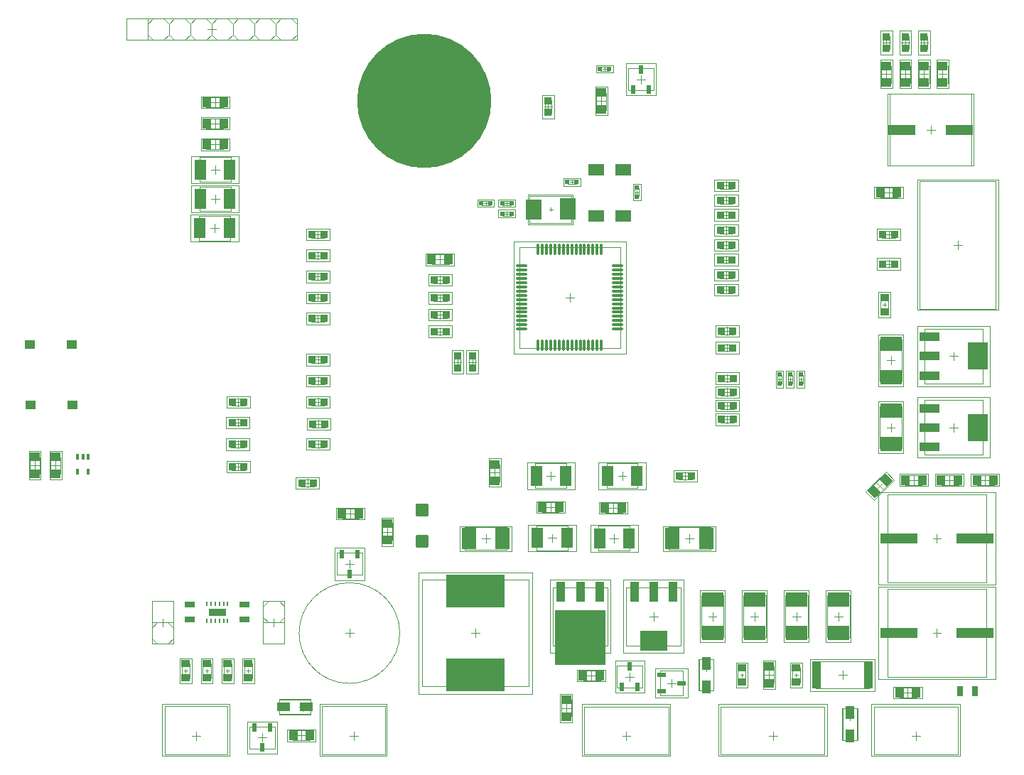
<source format=gtp>
G04*
G04 #@! TF.GenerationSoftware,Altium Limited,Altium Designer,21.8.1 (53)*
G04*
G04 Layer_Color=8421504*
%FSLAX44Y44*%
%MOMM*%
G71*
G04*
G04 #@! TF.SameCoordinates,1FB688D2-263A-4AAE-8E22-032C2D514067*
G04*
G04*
G04 #@! TF.FilePolarity,Positive*
G04*
G01*
G75*
%ADD14C,0.0500*%
%ADD17C,0.1000*%
%ADD18O,1.4000X0.3000*%
%ADD19O,0.3000X1.4000*%
%ADD20R,1.4000X2.4000*%
%ADD21R,0.6000X1.0000*%
%ADD22R,1.0000X1.2500*%
%ADD23R,1.2500X1.0000*%
%ADD24R,1.0000X0.6000*%
%ADD25R,1.0000X2.4000*%
%ADD26R,3.3000X2.4000*%
%ADD27R,7.0000X4.0000*%
%ADD28C,16.0000*%
%ADD29R,0.8500X0.8500*%
G04:AMPARAMS|DCode=30|XSize=1.3mm|YSize=1.9mm|CornerRadius=0.0325mm|HoleSize=0mm|Usage=FLASHONLY|Rotation=90.000|XOffset=0mm|YOffset=0mm|HoleType=Round|Shape=RoundedRectangle|*
%AMROUNDEDRECTD30*
21,1,1.3000,1.8350,0,0,90.0*
21,1,1.2350,1.9000,0,0,90.0*
1,1,0.0650,0.9175,0.6175*
1,1,0.0650,0.9175,-0.6175*
1,1,0.0650,-0.9175,-0.6175*
1,1,0.0650,-0.9175,0.6175*
%
%ADD30ROUNDEDRECTD30*%
%ADD31R,4.4000X1.2000*%
%ADD32R,1.0000X0.9000*%
%ADD33R,1.0000X3.3000*%
%ADD34R,1.0000X1.5000*%
%ADD35R,0.8000X1.2000*%
%ADD36R,2.5000X1.7000*%
%ADD37R,1.7000X2.5000*%
%ADD38R,0.6000X0.6000*%
%ADD39R,0.8500X0.8500*%
%ADD40R,1.9000X2.5000*%
%ADD41R,1.9000X2.4000*%
%ADD42R,0.6000X0.6000*%
G04:AMPARAMS|DCode=43|XSize=1.5mm|YSize=1.6mm|CornerRadius=0.15mm|HoleSize=0mm|Usage=FLASHONLY|Rotation=270.000|XOffset=0mm|YOffset=0mm|HoleType=Round|Shape=RoundedRectangle|*
%AMROUNDEDRECTD43*
21,1,1.5000,1.3000,0,0,270.0*
21,1,1.2000,1.6000,0,0,270.0*
1,1,0.3000,-0.6500,-0.6000*
1,1,0.3000,-0.6500,0.6000*
1,1,0.3000,0.6500,0.6000*
1,1,0.3000,0.6500,-0.6000*
%
%ADD43ROUNDEDRECTD43*%
%ADD44R,1.5000X1.0000*%
%ADD45R,1.2000X0.8000*%
G04:AMPARAMS|DCode=46|XSize=0.8mm|YSize=2mm|CornerRadius=0.004mm|HoleSize=0mm|Usage=FLASHONLY|Rotation=90.000|XOffset=0mm|YOffset=0mm|HoleType=Round|Shape=RoundedRectangle|*
%AMROUNDEDRECTD46*
21,1,0.8000,1.9920,0,0,90.0*
21,1,0.7920,2.0000,0,0,90.0*
1,1,0.0080,0.9960,0.3960*
1,1,0.0080,0.9960,-0.3960*
1,1,0.0080,-0.9960,-0.3960*
1,1,0.0080,-0.9960,0.3960*
%
%ADD46ROUNDEDRECTD46*%
G04:AMPARAMS|DCode=47|XSize=0.5mm|YSize=0.25mm|CornerRadius=0.0125mm|HoleSize=0mm|Usage=FLASHONLY|Rotation=90.000|XOffset=0mm|YOffset=0mm|HoleType=Round|Shape=RoundedRectangle|*
%AMROUNDEDRECTD47*
21,1,0.5000,0.2250,0,0,90.0*
21,1,0.4750,0.2500,0,0,90.0*
1,1,0.0250,0.1125,0.2375*
1,1,0.0250,0.1125,-0.2375*
1,1,0.0250,-0.1125,-0.2375*
1,1,0.0250,-0.1125,0.2375*
%
%ADD47ROUNDEDRECTD47*%
G04:AMPARAMS|DCode=48|XSize=0.6mm|YSize=0.4mm|CornerRadius=0.04mm|HoleSize=0mm|Usage=FLASHONLY|Rotation=270.000|XOffset=0mm|YOffset=0mm|HoleType=Round|Shape=RoundedRectangle|*
%AMROUNDEDRECTD48*
21,1,0.6000,0.3200,0,0,270.0*
21,1,0.5200,0.4000,0,0,270.0*
1,1,0.0800,-0.1600,-0.2600*
1,1,0.0800,-0.1600,0.2600*
1,1,0.0800,0.1600,0.2600*
1,1,0.0800,0.1600,-0.2600*
%
%ADD48ROUNDEDRECTD48*%
%ADD49R,1.3000X1.0000*%
%ADD50R,3.2000X1.2000*%
%ADD51R,2.4000X3.3000*%
%ADD52R,2.4000X1.0000*%
G04:AMPARAMS|DCode=53|XSize=1.25mm|YSize=1mm|CornerRadius=0mm|HoleSize=0mm|Usage=FLASHONLY|Rotation=315.000|XOffset=0mm|YOffset=0mm|HoleType=Round|Shape=Rectangle|*
%AMROTATEDRECTD53*
4,1,4,-0.7955,0.0884,-0.0884,0.7955,0.7955,-0.0884,0.0884,-0.7955,-0.7955,0.0884,0.0*
%
%ADD53ROTATEDRECTD53*%

G36*
X830000Y200000D02*
X770000D01*
Y265000D01*
X830000D01*
Y200000D01*
D02*
G37*
D14*
X422300Y224600D02*
X447700D01*
Y275400D01*
X422300D02*
X447700D01*
X422300Y224600D02*
Y275400D01*
X315200Y224600D02*
Y275400D01*
X289800Y224600D02*
X315200D01*
X289800D02*
Y275400D01*
X315200D01*
X259200Y969950D02*
X462400D01*
Y944550D02*
Y969950D01*
X259200Y944550D02*
X462400D01*
X259200D02*
Y969950D01*
D17*
X585000Y237500D02*
G03*
X585000Y237500I-60000J0D01*
G01*
X847502Y577499D02*
Y697498D01*
X727502Y577499D02*
X847502D01*
X727502D02*
Y697498D01*
X847502D01*
X383002Y705352D02*
Y734652D01*
X346001Y705352D02*
X383002D01*
X346001D02*
Y734652D01*
X383002D01*
X843800Y172300D02*
Y198700D01*
X874200D01*
Y172300D02*
Y198700D01*
X843800Y172300D02*
X874200D01*
X457500Y121500D02*
X477492D01*
X457500Y109500D02*
X477492D01*
X457500D02*
Y121500D01*
X477492Y109500D02*
Y121500D01*
X789250Y138508D02*
Y158500D01*
X777250Y138508D02*
Y158500D01*
X789250D01*
X777250Y138508D02*
X789250D01*
X803758Y181000D02*
X823750D01*
X803758Y193000D02*
X823750D01*
Y181000D02*
Y193000D01*
X803758Y181000D02*
Y193000D01*
X436200Y99800D02*
Y126200D01*
X405800Y99800D02*
X436200D01*
X405800D02*
Y126200D01*
X436200D01*
X895550Y193200D02*
X921950D01*
Y162800D02*
Y193200D01*
X895550Y162800D02*
X921950D01*
X895550D02*
Y193200D01*
X767500Y292301D02*
X832499D01*
X767500Y222701D02*
Y292301D01*
Y222701D02*
X832499D01*
Y292301D01*
X919999Y222701D02*
Y292301D01*
X855000Y222701D02*
X919999D01*
X855000D02*
Y292301D01*
X919999D01*
X967000Y93000D02*
X1091000D01*
X967000D02*
Y150000D01*
X1091000D01*
Y93000D02*
Y150000D01*
X611501Y300998D02*
X738501D01*
X611501Y173998D02*
X738501D01*
X611501D02*
Y300998D01*
X738501Y173998D02*
Y300998D01*
X625000Y654500D02*
X641000D01*
X625000Y662501D02*
X641000D01*
Y654500D02*
Y662501D01*
X625000Y654500D02*
Y662501D01*
X967250Y528750D02*
X983250D01*
X967250Y520749D02*
X983250D01*
X967250D02*
Y528750D01*
X983250Y520749D02*
Y528750D01*
X983000Y593499D02*
Y601500D01*
X967000Y593499D02*
Y601500D01*
Y593499D02*
X983000D01*
X967000Y601500D02*
X983000D01*
Y573499D02*
Y581500D01*
X967000Y573499D02*
Y581500D01*
Y573499D02*
X983000D01*
X967000Y581500D02*
X983000D01*
X1165993Y297498D02*
Y402499D01*
X1283993D01*
Y297498D02*
Y402499D01*
X1165993Y297498D02*
X1283993D01*
X1175000Y350000D02*
X1185000D01*
X1180000Y345000D02*
Y355000D01*
X1157748Y620252D02*
Y637751D01*
X1167248D01*
Y620252D02*
Y637751D01*
X1157748Y620252D02*
X1167248D01*
X1159500Y673500D02*
Y681501D01*
X1175500Y673500D02*
Y681501D01*
X1159500D02*
X1175500D01*
X1159500Y673500D02*
X1175500D01*
X1159500Y708500D02*
Y716501D01*
X1175500Y708500D02*
Y716501D01*
X1159500D02*
X1175500D01*
X1159500Y708500D02*
X1175500D01*
X1204450Y623800D02*
Y776200D01*
X1294450D01*
Y623800D02*
Y776200D01*
X1204450Y623800D02*
X1294450D01*
X1158008Y756500D02*
Y768500D01*
X1178000Y756500D02*
Y768500D01*
X1158008D02*
X1178000D01*
X1158008Y756500D02*
X1178000D01*
X623508Y676750D02*
X643500D01*
X623508Y688750D02*
X643500D01*
Y676750D02*
Y688750D01*
X623508Y676750D02*
Y688750D01*
X983250Y536999D02*
Y545000D01*
X967250Y536999D02*
Y545000D01*
Y536999D02*
X983250D01*
X967250Y545000D02*
X983250D01*
X967250Y512500D02*
X983250D01*
X967250Y504499D02*
X983250D01*
X967250D02*
Y512500D01*
X983250Y504499D02*
Y512500D01*
X967250Y496250D02*
X983250D01*
X967250Y488249D02*
X983250D01*
X967250D02*
Y496250D01*
X983250Y488249D02*
Y496250D01*
X987749Y178752D02*
Y196252D01*
X997248D01*
Y178752D02*
Y196252D01*
X987749Y178752D02*
X997248D01*
X1019000Y178008D02*
X1031000D01*
X1019000Y198000D02*
X1031000D01*
X1019000Y178008D02*
Y198000D01*
X1031000Y178008D02*
Y198000D01*
X1052498Y178752D02*
Y196252D01*
X1061998D01*
Y178752D02*
Y196252D01*
X1052498Y178752D02*
X1061998D01*
X1080750Y171500D02*
Y203500D01*
X1144250Y171500D02*
Y203500D01*
X1080750D02*
X1144250D01*
X1080750Y171500D02*
X1144250D01*
X941500Y168751D02*
Y206251D01*
X958500D01*
Y168751D02*
Y206251D01*
X941500Y168751D02*
X958500D01*
X1180000Y232500D02*
Y242500D01*
X1175000Y237500D02*
X1185000D01*
X1165993Y184998D02*
X1283993D01*
Y289999D01*
X1165993D02*
X1283993D01*
X1165993Y184998D02*
Y289999D01*
X1180758Y160750D02*
X1200751D01*
X1180758Y172750D02*
X1200751D01*
Y160750D02*
Y172750D01*
X1180758Y160750D02*
Y172750D01*
X1112751Y110251D02*
X1129750D01*
Y147751D01*
X1112751D02*
X1129750D01*
X1112751Y110251D02*
Y147751D01*
X1250000Y93000D02*
Y150000D01*
X1150000D02*
X1250000D01*
X1150000Y93000D02*
Y150000D01*
Y93000D02*
X1250000D01*
X905000D02*
Y150000D01*
X805000D02*
X905000D01*
X805000Y93000D02*
Y150000D01*
Y93000D02*
X905000D01*
X1093999Y232500D02*
Y282500D01*
X1120998D01*
Y232500D02*
Y282500D01*
X1093999Y232500D02*
X1120998D01*
X1044002Y282500D02*
X1071002D01*
X1044002Y232500D02*
Y282500D01*
Y232500D02*
X1071002D01*
Y282500D01*
X994002D02*
X1021001D01*
X994002Y232500D02*
Y282500D01*
Y232500D02*
X1021001D01*
Y282500D01*
X943999Y232500D02*
X970998D01*
Y282500D01*
X943999D02*
X970998D01*
X943999Y232500D02*
Y282500D01*
X933250Y420749D02*
Y428750D01*
X917250Y420749D02*
Y428750D01*
Y420749D02*
X933250D01*
X917250Y428750D02*
X933250D01*
X830008Y380750D02*
X850000D01*
X830008Y392750D02*
X850000D01*
Y380750D02*
Y392750D01*
X830008Y380750D02*
Y392750D01*
X774492Y381500D02*
Y393500D01*
X754500Y381500D02*
Y393500D01*
Y381500D02*
X774492D01*
X754500Y393500D02*
X774492D01*
X712500Y336499D02*
Y363498D01*
X662500D02*
X712500D01*
X662500Y336499D02*
Y363498D01*
Y336499D02*
X712500D01*
X748001Y365401D02*
X785002D01*
X748001Y336101D02*
Y365401D01*
Y336101D02*
X785002D01*
Y365401D01*
X955000Y336499D02*
Y363498D01*
X905000D02*
X955000D01*
X905000Y336499D02*
Y363498D01*
Y336499D02*
X955000D01*
X821998Y335849D02*
X858998D01*
Y365148D01*
X821998D02*
X858998D01*
X821998Y335849D02*
Y365148D01*
X831498Y410348D02*
X868499D01*
Y439648D01*
X831498D02*
X868499D01*
X831498Y410348D02*
Y439648D01*
X746501Y439652D02*
X783502D01*
X746501Y410352D02*
Y439652D01*
Y410352D02*
X783502D01*
Y439652D01*
X692250Y438242D02*
X704250D01*
X692250Y418250D02*
X704250D01*
Y438242D01*
X692250Y418250D02*
Y438242D01*
X1060000Y535000D02*
Y545000D01*
X1065000Y535000D02*
Y545000D01*
X1060000Y535000D02*
X1065000D01*
X1060000Y545000D02*
X1065000D01*
X1052500Y535000D02*
Y545000D01*
X1047500Y535000D02*
Y545000D01*
X1052500D01*
X1047500Y535000D02*
X1052500D01*
X1035000D02*
Y545000D01*
X1040000Y535000D02*
Y545000D01*
X1035000Y535000D02*
X1040000D01*
X1035000Y545000D02*
X1040000D01*
X667499Y552500D02*
X675500D01*
X667499Y568500D02*
X675500D01*
X667499Y552500D02*
Y568500D01*
X675500Y552500D02*
Y568500D01*
X649749Y552500D02*
X657750D01*
X649749Y568500D02*
X657750D01*
X649749Y552500D02*
Y568500D01*
X657750Y552500D02*
Y568500D01*
X982000Y767249D02*
Y775250D01*
X966000Y767249D02*
Y775250D01*
Y767249D02*
X982000D01*
X966000Y775250D02*
X982000D01*
X982000Y749499D02*
Y757500D01*
X966000Y749499D02*
Y757500D01*
Y749499D02*
X982000D01*
X966000Y757500D02*
X982000D01*
X966000Y721750D02*
X982000D01*
X966000Y713749D02*
X982000D01*
X966000D02*
Y721750D01*
X982000Y713749D02*
Y721750D01*
X966000Y704000D02*
X982000D01*
X966000Y695999D02*
X982000D01*
X966000D02*
Y704000D01*
X982000Y695999D02*
Y704000D01*
Y678499D02*
Y686500D01*
X966000Y678499D02*
Y686500D01*
Y678499D02*
X982000D01*
X966000Y686500D02*
X982000D01*
Y660499D02*
Y668500D01*
X966000Y660499D02*
Y668500D01*
Y660499D02*
X982000D01*
X966000Y668500D02*
X982000D01*
Y642749D02*
Y650750D01*
X966000Y642749D02*
Y650750D01*
Y642749D02*
X982000D01*
X966000Y650750D02*
X982000D01*
X739498Y726500D02*
Y758500D01*
X789499D01*
Y726500D02*
Y758500D01*
X739498Y726500D02*
X789499D01*
X707500Y747500D02*
X717500D01*
X707500Y752500D02*
X717500D01*
Y747500D02*
Y752500D01*
X707500Y747500D02*
Y752500D01*
Y735000D02*
X717500D01*
X707500Y740000D02*
X717500D01*
Y735000D02*
Y740000D01*
X707500Y735000D02*
Y740000D01*
X682500Y752500D02*
X692500D01*
X682500Y747500D02*
X692500D01*
X682500D02*
Y752500D01*
X692500Y747500D02*
Y752500D01*
X785000Y772500D02*
X795000D01*
X785000Y777500D02*
X795000D01*
Y772500D02*
Y777500D01*
X785000Y772500D02*
Y777500D01*
X757750Y873000D02*
X765751D01*
X757750Y857000D02*
X765751D01*
Y873000D01*
X757750Y857000D02*
Y873000D01*
X857050Y884300D02*
X887450D01*
Y910700D01*
X857050D02*
X887450D01*
X857050Y884300D02*
Y910700D01*
X819250Y881242D02*
X831250D01*
X819250Y861250D02*
X831250D01*
Y881242D01*
X819250Y861250D02*
Y881242D01*
X824000Y907500D02*
X834000D01*
X824000Y912500D02*
X834000D01*
Y907500D02*
Y912500D01*
X824000Y907500D02*
Y912500D01*
X870000Y758000D02*
Y768000D01*
X865000Y758000D02*
Y768000D01*
X870000D01*
X865000Y758000D02*
X870000D01*
X625000Y593000D02*
X641000D01*
X625000Y601001D02*
X641000D01*
Y593000D02*
Y601001D01*
X625000Y593000D02*
Y601001D01*
X625000Y613000D02*
Y621001D01*
X641000Y613000D02*
Y621001D01*
X625000D02*
X641000D01*
X625000Y613000D02*
X641000D01*
X625000Y633000D02*
Y641001D01*
X641000Y633000D02*
Y641001D01*
X625000D02*
X641000D01*
X625000Y633000D02*
X641000D01*
X564250Y348758D02*
X576250D01*
X564250Y368750D02*
X576250D01*
X564250Y348758D02*
Y368750D01*
X576250Y348758D02*
Y368750D01*
X516508Y373750D02*
Y385750D01*
X536500Y373750D02*
Y385750D01*
X516508D02*
X536500D01*
X516508Y373750D02*
X536500D01*
X441251Y141250D02*
Y158250D01*
Y141250D02*
X478751D01*
Y158250D01*
X441251D02*
X478751D01*
X305000Y150750D02*
X380000D01*
Y93250D02*
Y150750D01*
X305000Y93250D02*
X380000D01*
X305000D02*
Y150750D01*
X492500Y93250D02*
Y150750D01*
Y93250D02*
X567500D01*
Y150750D01*
X492500D02*
X567500D01*
X399752Y201248D02*
X409252D01*
X399752Y183749D02*
Y201248D01*
Y183749D02*
X409252D01*
Y201248D01*
X375252D02*
X384752D01*
X375252Y183749D02*
Y201248D01*
Y183749D02*
X384752D01*
Y201248D01*
X350252D02*
X359752D01*
X350252Y183749D02*
Y201248D01*
Y183749D02*
X359752D01*
Y201248D01*
X325252D02*
X334752D01*
X325252Y183749D02*
Y201248D01*
Y183749D02*
X334752D01*
Y201248D01*
X422300Y224600D02*
Y250000D01*
X447700D01*
X422300Y224600D02*
X447700D01*
X422300Y256350D02*
X428650Y250000D01*
X422300Y256350D02*
Y269050D01*
X428650Y275400D01*
X441350D01*
X447700Y269050D01*
Y256350D02*
Y269050D01*
X441350Y250000D02*
X447700Y256350D01*
Y224600D02*
Y250000D01*
X289800D02*
Y275400D01*
Y243650D02*
X296150Y250000D01*
X289800Y230950D02*
Y243650D01*
Y230950D02*
X296150Y224600D01*
X308850D01*
X315200Y230950D01*
Y243650D01*
X308850Y250000D02*
X315200Y243650D01*
X289800Y275400D02*
X315200D01*
X289800Y250000D02*
X315200D01*
Y275400D01*
X169000Y446992D02*
X181000D01*
X169000Y427000D02*
X181000D01*
Y446992D01*
X169000Y427000D02*
Y446992D01*
X144000Y427000D02*
Y446992D01*
X156000Y427000D02*
Y446992D01*
X144000Y427000D02*
X156000D01*
X144000Y446992D02*
X156000D01*
X346501Y769651D02*
X383501D01*
X346501Y740352D02*
Y769651D01*
Y740352D02*
X383501D01*
Y769651D01*
X384500Y432000D02*
X400500D01*
X384500Y440001D02*
X400500D01*
Y432000D02*
Y440001D01*
X384500Y432000D02*
Y440001D01*
X384250Y458500D02*
X400250D01*
X384250Y466501D02*
X400250D01*
Y458500D02*
Y466501D01*
X384250Y458500D02*
Y466501D01*
X384250Y484500D02*
Y492501D01*
X400250Y484500D02*
Y492501D01*
X384250D02*
X400250D01*
X384250Y484500D02*
X400250D01*
X384500Y508750D02*
Y516751D01*
X400500Y508750D02*
Y516751D01*
X384500D02*
X400500D01*
X384500Y508750D02*
X400500D01*
X479750Y458750D02*
Y466751D01*
X495750Y458750D02*
Y466751D01*
X479750D02*
X495750D01*
X479750Y458750D02*
X495750D01*
X480250Y482750D02*
Y490751D01*
X496250Y482750D02*
Y490751D01*
X480250D02*
X496250D01*
X480250Y482750D02*
X496250D01*
X479750Y509000D02*
Y517001D01*
X495750Y509000D02*
Y517001D01*
X479750D02*
X495750D01*
X479750Y509000D02*
X495750D01*
X479750Y534250D02*
X495750D01*
X479750Y542251D02*
X495750D01*
Y534250D02*
Y542251D01*
X479750Y534250D02*
Y542251D01*
Y559250D02*
X495750D01*
X479750Y567252D02*
X495750D01*
Y559250D02*
Y567252D01*
X479750Y559250D02*
Y567252D01*
X467250Y412250D02*
X483250D01*
X467250Y420251D02*
X483250D01*
Y412250D02*
Y420251D01*
X467250Y412250D02*
Y420251D01*
X479500Y658500D02*
X495500D01*
X479500Y666501D02*
X495500D01*
Y658500D02*
Y666501D01*
X479500Y658500D02*
Y666501D01*
Y683500D02*
X495500D01*
X479500Y691501D02*
X495500D01*
Y683500D02*
Y691501D01*
X479500Y683500D02*
Y691501D01*
Y708500D02*
X495500D01*
X479500Y716501D02*
X495500D01*
Y708500D02*
Y716501D01*
X479500Y708500D02*
Y716501D01*
X346501Y804652D02*
X383501D01*
X346501Y775352D02*
Y804652D01*
Y775352D02*
X383501D01*
Y804652D01*
X411600Y963600D02*
X417950Y969950D01*
X430650D01*
X437000Y963600D01*
Y950900D02*
Y963600D01*
X430650Y944550D02*
X437000Y950900D01*
X417950Y944550D02*
X430650D01*
X411600Y950900D02*
X417950Y944550D01*
X360800Y963600D02*
X367150Y969950D01*
X379850D01*
X386200Y963600D01*
Y950900D02*
Y963600D01*
X379850Y944550D02*
X386200Y950900D01*
X367150Y944550D02*
X379850D01*
X360800Y950900D02*
X367150Y944550D01*
X335400Y950900D02*
X341750Y944550D01*
X354450D01*
X360800Y950900D01*
Y963600D01*
X354450Y969950D02*
X360800Y963600D01*
X341750Y969950D02*
X354450D01*
X335400Y963600D02*
X341750Y969950D01*
X310000Y963600D02*
X316350Y969950D01*
X329050D01*
X335400Y963600D01*
Y950900D02*
Y963600D01*
X329050Y944550D02*
X335400Y950900D01*
X316350Y944550D02*
X329050D01*
X310000Y950900D02*
X316350Y944550D01*
X259200D02*
X284600D01*
Y950900D02*
X290950Y944550D01*
X303650D01*
X310000Y950900D01*
Y963600D01*
X303650Y969950D02*
X310000Y963600D01*
X290950Y969950D02*
X303650D01*
X284600Y963600D02*
X290950Y969950D01*
X259200Y944550D02*
Y969950D01*
X284600Y944550D02*
Y969950D01*
X259200D02*
X284600D01*
X386200Y950900D02*
X392550Y944550D01*
X405250D01*
X411600Y950900D01*
Y963600D01*
X405250Y969950D02*
X411600Y963600D01*
X392550Y969950D02*
X405250D01*
X386200Y963600D02*
X392550Y969950D01*
X437000Y950900D02*
X443350Y944550D01*
X456050D01*
X462400Y950900D01*
Y963600D01*
X456050Y969950D02*
X462400Y963600D01*
X443350Y969950D02*
X456050D01*
X437000Y963600D02*
X443350Y969950D01*
X374492Y814000D02*
Y826000D01*
X354500Y814000D02*
Y826000D01*
Y814000D02*
X374492D01*
X354500Y826000D02*
X374492D01*
Y839000D02*
Y851000D01*
X354500Y839000D02*
Y851000D01*
Y839000D02*
X374492D01*
X354500Y851000D02*
X374492D01*
Y864000D02*
Y876000D01*
X354500Y864000D02*
Y876000D01*
Y864000D02*
X374492D01*
X354500Y876000D02*
X374492D01*
X1266018Y795000D02*
Y880000D01*
X1169016D02*
X1266018D01*
X1169016Y795000D02*
Y880000D01*
Y795000D02*
X1266018D01*
X1156502Y587500D02*
X1183501D01*
X1156502Y537500D02*
Y587500D01*
Y537500D02*
X1183501D01*
Y587500D01*
X1210199Y534999D02*
Y599999D01*
Y534999D02*
X1279799D01*
Y599999D01*
X1210199D02*
X1279799D01*
X1210199Y514999D02*
X1279799D01*
Y450000D02*
Y514999D01*
X1210199Y450000D02*
X1279799D01*
X1210199D02*
Y514999D01*
X1183501Y457500D02*
Y507500D01*
X1156502Y457500D02*
X1183501D01*
X1156502D02*
Y507500D01*
X1183501D01*
X1145333Y409818D02*
X1159469Y423954D01*
X1153818Y401333D02*
X1167954Y415469D01*
X1145333Y409818D02*
X1153818Y401333D01*
X1159469Y423954D02*
X1167954Y415469D01*
X1206992Y414000D02*
Y426000D01*
X1187000Y414000D02*
Y426000D01*
Y414000D02*
X1206992D01*
X1187000Y426000D02*
X1206992D01*
X1230508Y414000D02*
Y426000D01*
X1250500Y414000D02*
Y426000D01*
X1230508D02*
X1250500D01*
X1230508Y414000D02*
X1250500D01*
X1273008D02*
Y426000D01*
X1293000Y414000D02*
Y426000D01*
X1273008D02*
X1293000D01*
X1273008Y414000D02*
X1293000D01*
X1225750Y913242D02*
X1237750D01*
X1225750Y893250D02*
X1237750D01*
Y913242D01*
X1225750Y893250D02*
Y913242D01*
X510050Y333200D02*
X540449D01*
X510050Y306800D02*
Y333200D01*
Y306800D02*
X540449D01*
Y333200D01*
X1158750Y913242D02*
X1170750D01*
X1158750Y893250D02*
X1170750D01*
Y913242D01*
X1158750Y893250D02*
Y913242D01*
X1181250D02*
X1193250D01*
X1181250Y893250D02*
X1193250D01*
Y913242D01*
X1181250Y893250D02*
Y913242D01*
X1203750D02*
X1215750D01*
X1203750Y893250D02*
X1215750D01*
Y913242D01*
X1203750Y893250D02*
Y913242D01*
X1205749Y933250D02*
X1213750D01*
X1205749Y949250D02*
X1213750D01*
X1205749Y933250D02*
Y949250D01*
X1213750Y933250D02*
Y949250D01*
X1183249Y933250D02*
X1191250D01*
X1183249Y949250D02*
X1191250D01*
X1183249Y933250D02*
Y949250D01*
X1191250Y933250D02*
Y949250D01*
X1160749Y933250D02*
X1168750D01*
X1160749Y949250D02*
X1168750D01*
X1160749Y933250D02*
Y949250D01*
X1168750Y933250D02*
Y949250D01*
X982000Y731749D02*
Y739750D01*
X966000Y731749D02*
Y739750D01*
Y731749D02*
X982000D01*
X966000Y739750D02*
X982000D01*
X479500Y633500D02*
Y641501D01*
X495500Y633500D02*
Y641501D01*
X479500D02*
X495500D01*
X479500Y633500D02*
X495500D01*
X479500Y608500D02*
Y616501D01*
X495500Y608500D02*
Y616501D01*
X479500D02*
X495500D01*
X479500Y608500D02*
X495500D01*
X585000Y237500D02*
G03*
X585000Y237500I-60000J0D01*
G01*
X782500Y637500D02*
X792500D01*
X787500Y632500D02*
Y642500D01*
X720500Y570500D02*
Y704500D01*
X854500Y570500D02*
Y704500D01*
X720500Y570500D02*
X854500D01*
X720500Y704500D02*
X854500D01*
X336000Y736000D02*
X393000D01*
Y704000D02*
Y736000D01*
X336000Y704000D02*
X393000D01*
X336000D02*
Y736000D01*
X359500Y720000D02*
X369500D01*
X364500Y715000D02*
Y725000D01*
X841500Y166250D02*
X876500D01*
X841500Y204750D02*
X876500D01*
X841500Y166250D02*
Y204750D01*
X876500Y166250D02*
Y204750D01*
X859000Y180500D02*
Y190500D01*
X854000Y185500D02*
X864000D01*
X468000Y110500D02*
Y120500D01*
X463000Y115500D02*
X473000D01*
X485000Y108500D02*
Y122500D01*
X451000Y108500D02*
Y122500D01*
Y108500D02*
X485000D01*
X451000Y122500D02*
X485000D01*
X778250Y148000D02*
X788250D01*
X783250Y143000D02*
Y153000D01*
X776250Y131000D02*
X790250D01*
X776250Y165000D02*
X790250D01*
X776250Y131000D02*
Y165000D01*
X790250Y131000D02*
Y165000D01*
X813250Y182000D02*
Y192000D01*
X808250Y187000D02*
X818250D01*
X796250Y180000D02*
Y194000D01*
X830250Y180000D02*
Y194000D01*
X796250D02*
X830250D01*
X796250Y180000D02*
X830250D01*
X403500Y132250D02*
X438500D01*
X403500Y93750D02*
X438500D01*
Y132250D01*
X403500Y93750D02*
Y132250D01*
X421000Y108000D02*
Y118000D01*
X416000Y113000D02*
X426000D01*
X889500Y160500D02*
Y195500D01*
X928000Y160500D02*
Y195500D01*
X889500D02*
X928000D01*
X889500Y160500D02*
X928000D01*
X903750Y178000D02*
X913750D01*
X908750Y173000D02*
Y183000D01*
X795000Y257500D02*
X805000D01*
X800000Y252500D02*
Y262500D01*
X764000Y214000D02*
Y301000D01*
X836000Y214000D02*
Y301000D01*
X764000Y214000D02*
X836000D01*
X764000Y301000D02*
X836000D01*
X851500D02*
X923500D01*
X851500Y214000D02*
X923500D01*
Y301000D01*
X851500Y214000D02*
Y301000D01*
X887500Y252500D02*
Y262500D01*
X882500Y257500D02*
X892500D01*
X1025000Y115000D02*
X1035000D01*
X1030000Y110000D02*
Y120000D01*
X1094100Y90870D02*
Y153100D01*
X964560D02*
X1094100D01*
X964560Y90870D02*
Y153100D01*
Y90870D02*
X1094100D01*
X675000Y232500D02*
Y242500D01*
X670000Y237500D02*
X680000D01*
X742500Y165000D02*
Y310000D01*
X607500Y165000D02*
X742500D01*
X607500D02*
Y310000D01*
X742500D01*
X619000Y651500D02*
Y665500D01*
X647000Y651500D02*
Y665500D01*
X619000D02*
X647000D01*
X619000Y651500D02*
X647000D01*
X633000Y653750D02*
Y663250D01*
X628250Y658500D02*
X637750D01*
X989250Y517750D02*
Y531750D01*
X961250Y517750D02*
Y531750D01*
Y517750D02*
X989250D01*
X961250Y531750D02*
X989250D01*
X975250Y520000D02*
Y529500D01*
X970500Y524750D02*
X980000D01*
X970250Y597500D02*
X979750D01*
X975000Y592750D02*
Y602250D01*
X961000Y604500D02*
X989000D01*
X961000Y590500D02*
X989000D01*
X961000D02*
Y604500D01*
X989000Y590500D02*
Y604500D01*
X970250Y577500D02*
X979750D01*
X975000Y572750D02*
Y582250D01*
X961000Y584500D02*
X989000D01*
X961000Y570500D02*
X989000D01*
X961000D02*
Y584500D01*
X989000Y570500D02*
Y584500D01*
X1155000Y295000D02*
Y405000D01*
Y295000D02*
X1290000D01*
X1295000D01*
Y405000D01*
X1155000D02*
X1295000D01*
X1225000Y345000D02*
Y355000D01*
X1220000Y350000D02*
X1230000D01*
X1155500Y614000D02*
Y644000D01*
X1169500D01*
Y615000D02*
Y644000D01*
Y614000D02*
Y615000D01*
X1155500Y614000D02*
X1169500D01*
X1160500Y629000D02*
X1164500D01*
X1162500Y627000D02*
Y631000D01*
X1162750Y677500D02*
X1172250D01*
X1167500Y672750D02*
Y682250D01*
X1153500Y670500D02*
X1181500D01*
X1153500Y684500D02*
X1181500D01*
Y670500D02*
Y684500D01*
X1153500Y670500D02*
Y684500D01*
X1162750Y712500D02*
X1172250D01*
X1167500Y707750D02*
Y717250D01*
X1153500Y705500D02*
X1181500D01*
X1153500Y719500D02*
X1181500D01*
Y705500D02*
Y719500D01*
X1153500Y705500D02*
Y719500D01*
X1201740Y777470D02*
X1298260D01*
X1201740Y622530D02*
Y777470D01*
Y622530D02*
X1298260D01*
Y777470D01*
X1245000Y700000D02*
X1255000D01*
X1250000Y695000D02*
Y705000D01*
X1150500Y755500D02*
X1184500D01*
X1150500Y769500D02*
X1184500D01*
Y755500D02*
Y769500D01*
X1150500Y755500D02*
Y769500D01*
X1162500Y762500D02*
X1172500D01*
X1167500Y757500D02*
Y767500D01*
X633000Y677750D02*
Y687750D01*
X628000Y682750D02*
X638000D01*
X616000Y675750D02*
Y689750D01*
X650000Y675750D02*
Y689750D01*
X616000D02*
X650000D01*
X616000Y675750D02*
X650000D01*
X970500Y541000D02*
X980000D01*
X975250Y536250D02*
Y545750D01*
X961250Y548000D02*
X989250D01*
X961250Y534000D02*
X989250D01*
X961250D02*
Y548000D01*
X989250Y534000D02*
Y548000D01*
Y501500D02*
Y515500D01*
X961250Y501500D02*
Y515500D01*
Y501500D02*
X989250D01*
X961250Y515500D02*
X989250D01*
X975250Y503750D02*
Y513250D01*
X970500Y508500D02*
X980000D01*
X989250Y485250D02*
Y499250D01*
X961250Y485250D02*
Y499250D01*
Y485250D02*
X989250D01*
X961250Y499250D02*
X989250D01*
X975250Y487500D02*
Y497000D01*
X970500Y492250D02*
X980000D01*
X985500Y172500D02*
Y202500D01*
X999500D01*
Y173500D02*
Y202500D01*
Y172500D02*
Y173500D01*
X985500Y172500D02*
X999500D01*
X990500Y187500D02*
X994500D01*
X992500Y185500D02*
Y189500D01*
X1032000Y170500D02*
Y204500D01*
X1018000Y170500D02*
Y204500D01*
X1032000D01*
X1018000Y170500D02*
X1032000D01*
X1025000Y182500D02*
Y192500D01*
X1020000Y187500D02*
X1030000D01*
X1050250Y172500D02*
Y202500D01*
X1064250D01*
Y173500D02*
Y202500D01*
Y172500D02*
Y173500D01*
X1050250Y172500D02*
X1064250D01*
X1055250Y187500D02*
X1059250D01*
X1057250Y185500D02*
Y189500D01*
X1107500Y187500D02*
X1117500D01*
X1112500Y182500D02*
Y192500D01*
X1074000Y168500D02*
X1151000D01*
X1074000Y206500D02*
X1151000D01*
Y168500D02*
Y206500D01*
X1074000Y168500D02*
Y206500D01*
X945000Y197250D02*
X955000D01*
X950000Y192250D02*
Y202250D01*
X959000Y168750D02*
Y206251D01*
X941000Y168750D02*
Y206251D01*
X959000D01*
X941000Y168750D02*
X959000D01*
X1220000Y237500D02*
X1230000D01*
X1225000Y232500D02*
Y242500D01*
X1155000Y292500D02*
X1295000D01*
Y182500D02*
Y292500D01*
X1290000Y182500D02*
X1295000D01*
X1155000D02*
X1290000D01*
X1155000D02*
Y292500D01*
X1190250Y161750D02*
Y171750D01*
X1185250Y166750D02*
X1195250D01*
X1173250Y159750D02*
Y173750D01*
X1207250Y159750D02*
Y173750D01*
X1173250D02*
X1207250D01*
X1173250Y159750D02*
X1207250D01*
X1112250Y110250D02*
X1130250D01*
X1112250Y147751D02*
X1130250D01*
X1112250Y110250D02*
Y147751D01*
X1130250Y110250D02*
Y147751D01*
X1121250Y133750D02*
Y143750D01*
X1116250Y138750D02*
X1126250D01*
X1147060Y90870D02*
X1252470D01*
X1147060D02*
Y153100D01*
X1252470D01*
Y90870D02*
Y153100D01*
X1195000Y115000D02*
X1205000D01*
X1200000Y110000D02*
Y120000D01*
X802060Y90870D02*
X907470D01*
X802060D02*
Y153100D01*
X907470D01*
Y90870D02*
Y153100D01*
X850000Y115000D02*
X860000D01*
X855000Y110000D02*
Y120000D01*
X1102500Y257500D02*
X1112500D01*
X1107500Y252500D02*
Y262500D01*
X1092500Y226500D02*
X1122500D01*
Y288500D01*
X1092500D02*
X1122500D01*
X1092500Y226500D02*
Y288500D01*
X1072500Y226500D02*
Y288500D01*
X1042500Y226500D02*
X1072500D01*
X1042500D02*
Y288500D01*
X1072500D01*
X1057500Y252500D02*
Y262500D01*
X1052500Y257500D02*
X1062500D01*
X1022500Y226500D02*
Y288500D01*
X992500Y226500D02*
X1022500D01*
X992500D02*
Y288500D01*
X1022500D01*
X1007500Y252500D02*
Y262500D01*
X1002500Y257500D02*
X1012500D01*
X942500Y226500D02*
Y288500D01*
X972500D01*
Y226500D02*
Y288500D01*
X942500Y226500D02*
X972500D01*
X957500Y252500D02*
Y262500D01*
X952500Y257500D02*
X962500D01*
X920500Y424750D02*
X930000D01*
X925250Y420000D02*
Y429500D01*
X911250Y431750D02*
X939250D01*
X911250Y417750D02*
X939250D01*
X911250D02*
Y431750D01*
X939250Y417750D02*
Y431750D01*
X839500Y381750D02*
Y391750D01*
X834500Y386750D02*
X844500D01*
X822500Y379750D02*
Y393750D01*
X856500Y379750D02*
Y393750D01*
X822500D02*
X856500D01*
X822500Y379750D02*
X856500D01*
X748000Y394500D02*
X782000D01*
X748000Y380500D02*
X782000D01*
X748000D02*
Y394500D01*
X782000Y380500D02*
Y394500D01*
X760000Y387500D02*
X770000D01*
X765000Y382500D02*
Y392500D01*
X656500Y335000D02*
X718500D01*
X656500D02*
Y365000D01*
X718500D01*
Y335000D02*
Y365000D01*
X682500Y350000D02*
X692500D01*
X687500Y345000D02*
Y355000D01*
X766500Y345750D02*
Y355750D01*
X761500Y350750D02*
X771500D01*
X738000Y334750D02*
Y366750D01*
Y334750D02*
X795000D01*
Y366750D01*
X738000D02*
X795000D01*
X899000Y335000D02*
X961000D01*
X899000D02*
Y365000D01*
X961000D01*
Y335000D02*
Y365000D01*
X925000Y350000D02*
X935000D01*
X930000Y345000D02*
Y355000D01*
X840500Y345500D02*
Y355500D01*
X835500Y350500D02*
X845500D01*
X869000Y334500D02*
Y366500D01*
X812000D02*
X869000D01*
X812000Y334500D02*
Y366500D01*
Y334500D02*
X869000D01*
X850000Y420000D02*
Y430000D01*
X845000Y425000D02*
X855000D01*
X878500Y409000D02*
Y441000D01*
X821500D02*
X878500D01*
X821500Y409000D02*
Y441000D01*
Y409000D02*
X878500D01*
X765000Y420000D02*
Y430000D01*
X760000Y425000D02*
X770000D01*
X736500Y409000D02*
Y441000D01*
Y409000D02*
X793500D01*
Y441000D01*
X736500D02*
X793500D01*
X691250Y411750D02*
Y445750D01*
X705250Y411750D02*
Y445750D01*
X691250Y411750D02*
X705250D01*
X691250Y445750D02*
X705250D01*
X698250Y423750D02*
Y433750D01*
X693250Y428750D02*
X703250D01*
X1060000Y540000D02*
X1065000D01*
X1062500Y537500D02*
Y542500D01*
X1058000Y550000D02*
X1067000D01*
X1058000Y530000D02*
X1067000D01*
Y550000D01*
X1058000Y530000D02*
Y550000D01*
X1047500Y540000D02*
X1052500D01*
X1050000Y537500D02*
Y542500D01*
X1045500Y530000D02*
X1054500D01*
X1045500Y550000D02*
X1054500D01*
X1045500Y530000D02*
Y550000D01*
X1054500Y530000D02*
Y550000D01*
X1035000Y540000D02*
X1040000D01*
X1037500Y537500D02*
Y542500D01*
X1033000Y550000D02*
X1042000D01*
X1033000Y530000D02*
X1042000D01*
Y550000D01*
X1033000Y530000D02*
Y550000D01*
X671500Y555750D02*
Y565250D01*
X666749Y560500D02*
X676250D01*
X678500Y546500D02*
Y574500D01*
X664500Y546500D02*
Y574500D01*
X678500D01*
X664500Y546500D02*
X678500D01*
X653750Y555750D02*
Y565250D01*
X649000Y560500D02*
X658500D01*
X660750Y546500D02*
Y574500D01*
X646750Y546500D02*
Y574500D01*
X660750D01*
X646750Y546500D02*
X660750D01*
X969250Y771250D02*
X978750D01*
X974000Y766500D02*
Y776000D01*
X960000Y778250D02*
X988000D01*
X960000Y764250D02*
X988000D01*
X960000D02*
Y778250D01*
X988000Y764250D02*
Y778250D01*
X969250Y753500D02*
X978750D01*
X974000Y748750D02*
Y758251D01*
X960000Y760500D02*
X987999D01*
X960000Y746500D02*
X987999D01*
X960000D02*
Y760500D01*
X987999Y746500D02*
Y760500D01*
X988000Y710750D02*
Y724750D01*
X960000Y710750D02*
Y724750D01*
Y710750D02*
X988000D01*
X960000Y724750D02*
X988000D01*
X974000Y713000D02*
Y722500D01*
X969250Y717750D02*
X978750D01*
X988000Y693000D02*
Y707000D01*
X960000Y693000D02*
Y707000D01*
Y693000D02*
X988000D01*
X960000Y707000D02*
X988000D01*
X974000Y695250D02*
Y704750D01*
X969250Y700000D02*
X978750D01*
X969250Y682500D02*
X978750D01*
X974000Y677750D02*
Y687250D01*
X960000Y689500D02*
X988000D01*
X960000Y675500D02*
X988000D01*
X960000D02*
Y689500D01*
X988000Y675500D02*
Y689500D01*
X969250Y664500D02*
X978750D01*
X974000Y659750D02*
Y669250D01*
X960000Y671500D02*
X988000D01*
X960000Y657500D02*
X988000D01*
X960000D02*
Y671500D01*
X988000Y657500D02*
Y671500D01*
X969250Y646750D02*
X978750D01*
X974000Y642000D02*
Y651500D01*
X960000Y653750D02*
X988000D01*
X960000Y639750D02*
X988000D01*
X960000D02*
Y653750D01*
X988000Y639750D02*
Y653750D01*
X765000Y740500D02*
Y744500D01*
X763000Y742500D02*
X767000D01*
X737500Y724500D02*
X791500D01*
Y760500D01*
X737500D02*
X791500D01*
X737500Y724500D02*
Y760500D01*
X712500Y747500D02*
Y752500D01*
X710000Y750000D02*
X715000D01*
X702500Y745500D02*
Y754500D01*
X722500Y745500D02*
Y754500D01*
X702500D02*
X722500D01*
X702500Y745500D02*
X722500D01*
X712500Y735000D02*
Y740000D01*
X710000Y737500D02*
X715000D01*
X702500Y733000D02*
Y742000D01*
X722500Y733000D02*
Y742000D01*
X702500D02*
X722500D01*
X702500Y733000D02*
X722500D01*
X687500Y747500D02*
Y752500D01*
X685000Y750000D02*
X690000D01*
X697500Y745500D02*
Y754500D01*
X677500Y745500D02*
Y754500D01*
Y745500D02*
X697500D01*
X677500Y754500D02*
X697500D01*
X790000Y772500D02*
Y777500D01*
X787500Y775000D02*
X792500D01*
X780000Y770500D02*
Y779500D01*
X800000Y770500D02*
Y779500D01*
X780000D02*
X800000D01*
X780000Y770500D02*
X800000D01*
X761750Y860250D02*
Y869750D01*
X757000Y865000D02*
X766500D01*
X754750Y851000D02*
Y879000D01*
X768750Y851000D02*
Y879000D01*
X754750Y851000D02*
X768750D01*
X754750Y879000D02*
X768750D01*
X867250Y897500D02*
X877250D01*
X872250Y892500D02*
Y902500D01*
X889750Y878250D02*
Y916750D01*
X854750Y878250D02*
Y916750D01*
X889750D01*
X854750Y878250D02*
X889750D01*
X818250Y854750D02*
Y888750D01*
X832250Y854750D02*
Y888750D01*
X818250Y854750D02*
X832250D01*
X818250Y888750D02*
X832250D01*
X825250Y866750D02*
Y876750D01*
X820250Y871750D02*
X830250D01*
X829000Y907500D02*
Y912500D01*
X826500Y910000D02*
X831500D01*
X819000Y905500D02*
Y914500D01*
X839000Y905500D02*
Y914500D01*
X819000D02*
X839000D01*
X819000Y905500D02*
X839000D01*
X865000Y763000D02*
X870000D01*
X867500Y760500D02*
Y765500D01*
X863000Y753000D02*
X872000D01*
X863000Y773000D02*
X872000D01*
X863000Y753000D02*
Y773000D01*
X872000Y753000D02*
Y773000D01*
X619000Y590000D02*
Y604000D01*
X647000Y590000D02*
Y604000D01*
X619000D02*
X647000D01*
X619000Y590000D02*
X647000D01*
X633000Y592250D02*
Y601750D01*
X628250Y597000D02*
X637750D01*
X628250Y617000D02*
X637750D01*
X632999Y612250D02*
Y621750D01*
X618999Y610000D02*
X647000D01*
X618999Y624000D02*
X647000D01*
Y610000D02*
Y624000D01*
X618999Y610000D02*
Y624000D01*
X628250Y637000D02*
X637750D01*
X633000Y632250D02*
Y641750D01*
X619000Y630000D02*
X647000D01*
X619000Y644000D02*
X647000D01*
Y630000D02*
Y644000D01*
X619000Y630000D02*
Y644000D01*
X577250Y341250D02*
Y375250D01*
X563250Y341250D02*
Y375250D01*
X577250D01*
X563250Y341250D02*
X577250D01*
X570250Y353250D02*
Y363250D01*
X565250Y358250D02*
X575250D01*
X509000Y372750D02*
X543000D01*
X509000Y386750D02*
X543000D01*
Y372750D02*
Y386750D01*
X509000Y372750D02*
Y386750D01*
X521000Y379750D02*
X531000D01*
X526000Y374750D02*
Y384750D01*
X441250Y140750D02*
Y158750D01*
X478751Y140750D02*
Y158750D01*
X441250D02*
X478751D01*
X441250Y140750D02*
X478751D01*
X464750Y149750D02*
X474750D01*
X469750Y144750D02*
Y154750D01*
X337500Y115000D02*
X347500D01*
X342500Y110000D02*
Y120000D01*
X382070Y90870D02*
Y153100D01*
X302060D02*
X382070D01*
X302060Y90870D02*
Y153100D01*
Y90870D02*
X382070D01*
X489560D02*
X569570D01*
X489560D02*
Y153100D01*
X569570D01*
Y90870D02*
Y153100D01*
X530000Y110000D02*
Y120000D01*
X525000Y115000D02*
X535000D01*
X520000Y237500D02*
X530000D01*
X525000Y232500D02*
Y242500D01*
X404500Y190500D02*
Y194500D01*
X402500Y192500D02*
X406500D01*
X397500Y207500D02*
X411500D01*
X397500Y206500D02*
Y207500D01*
Y177500D02*
Y206500D01*
Y177500D02*
X411500D01*
Y207500D01*
X380000Y190500D02*
Y194500D01*
X378000Y192500D02*
X382000D01*
X373000Y207500D02*
X387000D01*
X373000Y206500D02*
Y207500D01*
Y177500D02*
Y206500D01*
Y177500D02*
X387000D01*
Y207500D01*
X355000Y190500D02*
Y194500D01*
X353000Y192500D02*
X357000D01*
X348000Y207500D02*
X362000D01*
X348000Y206500D02*
Y207500D01*
Y177500D02*
Y206500D01*
Y177500D02*
X362000D01*
Y207500D01*
X330000Y190500D02*
Y194500D01*
X328000Y192500D02*
X332000D01*
X323000Y207500D02*
X337000D01*
X323000Y206500D02*
Y207500D01*
Y177500D02*
Y206500D01*
Y177500D02*
X337000D01*
Y207500D01*
X430000Y250000D02*
X440000D01*
X435000Y245000D02*
Y255000D01*
X302500Y245000D02*
Y255000D01*
X297500Y250000D02*
X307500D01*
X168000Y420500D02*
Y454500D01*
X182000Y420500D02*
Y454500D01*
X168000Y420500D02*
X182000D01*
X168000Y454500D02*
X182000D01*
X175000Y432500D02*
Y442500D01*
X170000Y437500D02*
X180000D01*
X145000D02*
X155000D01*
X150000Y432500D02*
Y442500D01*
X143000Y454500D02*
X157000D01*
X143000Y420500D02*
X157000D01*
Y454500D01*
X143000Y420500D02*
Y454500D01*
X365000Y750000D02*
Y760000D01*
X360000Y755000D02*
X370000D01*
X336500Y739000D02*
Y771000D01*
Y739000D02*
X393500D01*
Y771000D01*
X336500D02*
X393500D01*
X378500Y429000D02*
Y443000D01*
X406500Y429000D02*
Y443000D01*
X378500D02*
X406500D01*
X378500Y429000D02*
X406500D01*
X392500Y431250D02*
Y440751D01*
X387750Y436000D02*
X397250D01*
X378250Y455500D02*
Y469500D01*
X406250Y455500D02*
Y469500D01*
X378250D02*
X406250D01*
X378250Y455500D02*
X406250D01*
X392250Y457750D02*
Y467250D01*
X387500Y462500D02*
X397000D01*
X387500Y488500D02*
X397000D01*
X392250Y483750D02*
Y493250D01*
X378250Y481500D02*
X406250D01*
X378250Y495500D02*
X406250D01*
Y481500D02*
Y495500D01*
X378250Y481500D02*
Y495500D01*
X387750Y512750D02*
X397250D01*
X392500Y508000D02*
Y517500D01*
X378500Y505750D02*
X406500D01*
X378500Y519750D02*
X406500D01*
Y505750D02*
Y519750D01*
X378500Y505750D02*
Y519750D01*
X483000Y462750D02*
X492500D01*
X487750Y458000D02*
Y467500D01*
X473750Y455750D02*
X501750D01*
X473750Y469750D02*
X501750D01*
Y455750D02*
Y469750D01*
X473750Y455750D02*
Y469750D01*
X483500Y486750D02*
X493000D01*
X488250Y482000D02*
Y491500D01*
X474250Y479750D02*
X502250D01*
X474250Y493750D02*
X502250D01*
Y479750D02*
Y493750D01*
X474250Y479750D02*
Y493750D01*
X483000Y513000D02*
X492500D01*
X487750Y508250D02*
Y517750D01*
X473750Y506000D02*
X501750D01*
X473750Y520000D02*
X501750D01*
Y506000D02*
Y520000D01*
X473750Y506000D02*
Y520000D01*
X473750Y531250D02*
Y545250D01*
X501750Y531250D02*
Y545250D01*
X473750D02*
X501750D01*
X473750Y531250D02*
X501750D01*
X487750Y533500D02*
Y543000D01*
X483000Y538250D02*
X492500D01*
X473750Y556250D02*
Y570250D01*
X501750Y556250D02*
Y570250D01*
X473750D02*
X501750D01*
X473750Y556250D02*
X501750D01*
X487750Y558500D02*
Y568000D01*
X483000Y563250D02*
X492500D01*
X461250Y409250D02*
Y423250D01*
X489250Y409250D02*
Y423250D01*
X461250D02*
X489250D01*
X461250Y409250D02*
X489250D01*
X475250Y411500D02*
Y421000D01*
X470500Y416250D02*
X480000D01*
X473500Y655500D02*
Y669500D01*
X501500Y655500D02*
Y669500D01*
X473500D02*
X501500D01*
X473500Y655500D02*
X501500D01*
X487500Y657750D02*
Y667250D01*
X482750Y662500D02*
X492250D01*
X473500Y680500D02*
Y694500D01*
X501500Y680500D02*
Y694500D01*
X473500D02*
X501500D01*
X473500Y680500D02*
X501500D01*
X487500Y682750D02*
Y692250D01*
X482750Y687500D02*
X492250D01*
X473500Y705500D02*
Y719500D01*
X501500Y705500D02*
Y719500D01*
X473500D02*
X501500D01*
X473500Y705500D02*
X501500D01*
X487500Y707750D02*
Y717250D01*
X482750Y712500D02*
X492250D01*
X365000Y785000D02*
Y795000D01*
X360000Y790000D02*
X370000D01*
X336500Y774000D02*
Y806000D01*
Y774000D02*
X393500D01*
Y806000D01*
X336500D02*
X393500D01*
X355800Y957250D02*
X365800D01*
X360800Y952250D02*
Y962250D01*
X348000Y827000D02*
X382000D01*
X348000Y813000D02*
X382000D01*
X348000D02*
Y827000D01*
X382000Y813000D02*
Y827000D01*
X360000Y820000D02*
X370000D01*
X365000Y815000D02*
Y825000D01*
X348000Y852000D02*
X382000D01*
X348000Y838000D02*
X382000D01*
X348000D02*
Y852000D01*
X382000Y838000D02*
Y852000D01*
X360000Y845000D02*
X370000D01*
X365000Y840000D02*
Y850000D01*
X348000Y877000D02*
X382000D01*
X348000Y863000D02*
X382000D01*
X348000D02*
Y877000D01*
X382000Y863000D02*
Y877000D01*
X360000Y870000D02*
X370000D01*
X365000Y865000D02*
Y875000D01*
X1212500Y837500D02*
X1222500D01*
X1217500Y832500D02*
Y842500D01*
X1166500Y880500D02*
X1268500D01*
X1166500Y794500D02*
Y880500D01*
Y794500D02*
X1268500D01*
Y880500D01*
X1185000Y531500D02*
Y593500D01*
X1155000Y531500D02*
X1185000D01*
X1155000D02*
Y593500D01*
X1185000D01*
X1170000Y557500D02*
Y567500D01*
X1165000Y562500D02*
X1175000D01*
X1245000Y562500D02*
Y572500D01*
X1240000Y567500D02*
X1250000D01*
X1201500Y531500D02*
X1288500D01*
X1201500Y603500D02*
X1288500D01*
Y531500D02*
Y603500D01*
X1201500Y531500D02*
Y603500D01*
Y446500D02*
Y518500D01*
X1288500Y446500D02*
Y518500D01*
X1201500D02*
X1288500D01*
X1201500Y446500D02*
X1288500D01*
X1240000Y482500D02*
X1250000D01*
X1245000Y477500D02*
Y487500D01*
X1165000Y482500D02*
X1175000D01*
X1170000Y477500D02*
Y487500D01*
X1155000Y513500D02*
X1185000D01*
X1155000Y451500D02*
Y513500D01*
Y451500D02*
X1185000D01*
Y513500D01*
X1153464Y416536D02*
X1160536Y409464D01*
X1153464Y409465D02*
X1160536Y416536D01*
X1164071Y429971D02*
X1173971Y420071D01*
X1140030Y405929D02*
X1149929Y396030D01*
X1173971Y420071D01*
X1140030Y405929D02*
X1164071Y429971D01*
X1180500Y427000D02*
X1214500D01*
X1180500Y413000D02*
X1214500D01*
X1180500D02*
Y427000D01*
X1214500Y413000D02*
Y427000D01*
X1192500Y420000D02*
X1202500D01*
X1197500Y415000D02*
Y425000D01*
X1223000Y413000D02*
X1257000D01*
X1223000Y427000D02*
X1257000D01*
Y413000D02*
Y427000D01*
X1223000Y413000D02*
Y427000D01*
X1235000Y420000D02*
X1245000D01*
X1240000Y415000D02*
Y425000D01*
X1265500Y413000D02*
X1299500D01*
X1265500Y427000D02*
X1299500D01*
Y413000D02*
Y427000D01*
X1265500Y413000D02*
Y427000D01*
X1277500Y420000D02*
X1287500D01*
X1282500Y415000D02*
Y425000D01*
X1224750Y886751D02*
Y920751D01*
X1238750Y886751D02*
Y920751D01*
X1224750Y886751D02*
X1238750D01*
X1224750Y920751D02*
X1238750D01*
X1231750Y898751D02*
Y908751D01*
X1226750Y903750D02*
X1236750D01*
X520250Y320000D02*
X530250D01*
X525250Y315000D02*
Y325000D01*
X507750Y300750D02*
Y339250D01*
X542750Y300750D02*
Y339250D01*
X507750Y300750D02*
X542750D01*
X507750Y339250D02*
X542750D01*
X1157750Y886750D02*
Y920750D01*
X1171750Y886750D02*
Y920750D01*
X1157750Y886750D02*
X1171750D01*
X1157750Y920750D02*
X1171750D01*
X1164750Y898750D02*
Y908750D01*
X1159750Y903750D02*
X1169750D01*
X1180250Y886750D02*
Y920750D01*
X1194250Y886750D02*
Y920750D01*
X1180250Y886750D02*
X1194250D01*
X1180250Y920750D02*
X1194250D01*
X1187250Y898750D02*
Y908750D01*
X1182250Y903750D02*
X1192250D01*
X1202750Y886750D02*
Y920750D01*
X1216750Y886750D02*
Y920750D01*
X1202750Y886750D02*
X1216750D01*
X1202750Y920750D02*
X1216750D01*
X1209750Y898750D02*
Y908750D01*
X1204750Y903750D02*
X1214750D01*
X1209750Y936500D02*
Y946000D01*
X1205000Y941250D02*
X1214500D01*
X1216750Y927250D02*
Y955250D01*
X1202750Y927250D02*
Y955250D01*
X1216750D01*
X1202750Y927250D02*
X1216750D01*
X1187250Y936500D02*
Y946000D01*
X1182500Y941250D02*
X1192000D01*
X1194250Y927250D02*
Y955250D01*
X1180250Y927250D02*
Y955250D01*
X1194250D01*
X1180250Y927250D02*
X1194250D01*
X1164750Y936500D02*
Y946000D01*
X1160000Y941250D02*
X1169500D01*
X1171750Y927250D02*
Y955250D01*
X1157750Y927250D02*
Y955250D01*
X1171750D01*
X1157750Y927250D02*
X1171750D01*
X969250Y735750D02*
X978750D01*
X974000Y731000D02*
Y740500D01*
X960000Y742750D02*
X988000D01*
X960000Y728750D02*
X988000D01*
X960000D02*
Y742750D01*
X988000Y728750D02*
Y742750D01*
X482750Y637500D02*
X492250D01*
X487500Y632750D02*
Y642250D01*
X473500Y630500D02*
X501500D01*
X473500Y644500D02*
X501500D01*
Y630500D02*
Y644500D01*
X473500Y630500D02*
Y644500D01*
X482750Y612500D02*
X492250D01*
X487500Y607750D02*
Y617250D01*
X473500Y605500D02*
X501500D01*
X473500Y619500D02*
X501500D01*
Y605500D02*
Y619500D01*
X473500Y605500D02*
Y619500D01*
D18*
X844500Y675000D02*
D03*
Y670000D02*
D03*
Y665000D02*
D03*
Y660000D02*
D03*
Y655000D02*
D03*
Y650000D02*
D03*
Y645000D02*
D03*
Y640000D02*
D03*
Y635000D02*
D03*
Y630000D02*
D03*
Y625000D02*
D03*
Y620000D02*
D03*
Y615000D02*
D03*
Y610000D02*
D03*
Y605000D02*
D03*
Y600000D02*
D03*
X730500D02*
D03*
Y605000D02*
D03*
Y610000D02*
D03*
Y615000D02*
D03*
Y620000D02*
D03*
Y625000D02*
D03*
Y630000D02*
D03*
Y635000D02*
D03*
Y640000D02*
D03*
Y645000D02*
D03*
Y650000D02*
D03*
Y655000D02*
D03*
Y660000D02*
D03*
Y665000D02*
D03*
Y670000D02*
D03*
Y675000D02*
D03*
D19*
X825000Y580500D02*
D03*
X820000D02*
D03*
X815000D02*
D03*
X810000D02*
D03*
X805000D02*
D03*
X800000D02*
D03*
X795000D02*
D03*
X790000D02*
D03*
X785000D02*
D03*
X780000D02*
D03*
X775000D02*
D03*
X770000D02*
D03*
X765000D02*
D03*
X760000D02*
D03*
X755000D02*
D03*
X750000D02*
D03*
Y694500D02*
D03*
X755000D02*
D03*
X760000D02*
D03*
X765000D02*
D03*
X770000D02*
D03*
X775000D02*
D03*
X780000D02*
D03*
X785000D02*
D03*
X790000D02*
D03*
X795000D02*
D03*
X800000D02*
D03*
X805000D02*
D03*
X810000D02*
D03*
X815000D02*
D03*
X820000D02*
D03*
X825000D02*
D03*
D20*
X382000Y720000D02*
D03*
X347000D02*
D03*
X749000Y350750D02*
D03*
X784000D02*
D03*
X858000Y350500D02*
D03*
X823000D02*
D03*
X867500Y425000D02*
D03*
X832500D02*
D03*
X747500D02*
D03*
X782500D02*
D03*
X347500Y755000D02*
D03*
X382500D02*
D03*
X347500Y790000D02*
D03*
X382500D02*
D03*
D21*
X859000Y197500D02*
D03*
X868500Y173500D02*
D03*
X849500D02*
D03*
X430500Y125000D02*
D03*
X411500D02*
D03*
X421000Y101000D02*
D03*
X862750Y885500D02*
D03*
X881750D02*
D03*
X872250Y909500D02*
D03*
X534750Y332000D02*
D03*
X515750D02*
D03*
X525250Y308000D02*
D03*
D22*
X458000Y115500D02*
D03*
X478000D02*
D03*
X823250Y187000D02*
D03*
X803250D02*
D03*
X1157500Y762500D02*
D03*
X1177500D02*
D03*
X643000Y682750D02*
D03*
X623000D02*
D03*
X1200250Y166750D02*
D03*
X1180250D02*
D03*
X849500Y386750D02*
D03*
X829500D02*
D03*
X775000Y387500D02*
D03*
X755000D02*
D03*
X516000Y379750D02*
D03*
X536000D02*
D03*
X375000Y820000D02*
D03*
X355000D02*
D03*
X375000Y845000D02*
D03*
X355000D02*
D03*
X375000Y870000D02*
D03*
X355000D02*
D03*
X1207500Y420000D02*
D03*
X1187500D02*
D03*
X1230000D02*
D03*
X1250000D02*
D03*
X1272500D02*
D03*
X1292500D02*
D03*
D23*
X783250Y158000D02*
D03*
Y138000D02*
D03*
X1025000Y177500D02*
D03*
Y197500D02*
D03*
X698250Y438750D02*
D03*
Y418750D02*
D03*
X825250Y881750D02*
D03*
Y861750D02*
D03*
X570250Y348250D02*
D03*
Y368250D02*
D03*
X175000Y447500D02*
D03*
Y427500D02*
D03*
X150000D02*
D03*
Y447500D02*
D03*
X1231750Y913750D02*
D03*
Y893750D02*
D03*
X1164750Y913750D02*
D03*
Y893750D02*
D03*
X1187250Y913750D02*
D03*
Y893750D02*
D03*
X1209750Y913750D02*
D03*
Y893750D02*
D03*
D24*
X896750Y187500D02*
D03*
Y168500D02*
D03*
X920750Y178000D02*
D03*
D25*
X823000Y286500D02*
D03*
X777000D02*
D03*
X800000D02*
D03*
X887500D02*
D03*
X864500D02*
D03*
X910500D02*
D03*
D26*
X800000Y228500D02*
D03*
X887500D02*
D03*
D27*
X675000Y287500D02*
D03*
Y187500D02*
D03*
D28*
X614250Y871500D02*
D03*
D29*
X640000Y658500D02*
D03*
X626000D02*
D03*
X968250Y524750D02*
D03*
X982250D02*
D03*
X982000Y597500D02*
D03*
X968000D02*
D03*
X982000Y577500D02*
D03*
X968000D02*
D03*
X1160500Y677500D02*
D03*
X1174500D02*
D03*
X1160500Y712500D02*
D03*
X1174500D02*
D03*
X982250Y541000D02*
D03*
X968250D02*
D03*
Y508500D02*
D03*
X982250D02*
D03*
X968250Y492250D02*
D03*
X982250D02*
D03*
X932250Y424750D02*
D03*
X918250D02*
D03*
X981000Y771250D02*
D03*
X967000D02*
D03*
X981000Y753500D02*
D03*
X967000D02*
D03*
X967000Y717750D02*
D03*
X981000D02*
D03*
X967000Y700000D02*
D03*
X981000D02*
D03*
Y682500D02*
D03*
X967000D02*
D03*
X981000Y664500D02*
D03*
X967000D02*
D03*
X981000Y646750D02*
D03*
X967000D02*
D03*
X640000Y597000D02*
D03*
X626000D02*
D03*
Y617000D02*
D03*
X640000D02*
D03*
X626000Y637000D02*
D03*
X640000D02*
D03*
X399500Y436000D02*
D03*
X385500D02*
D03*
X399250Y462500D02*
D03*
X385250D02*
D03*
X385250Y488500D02*
D03*
X399250D02*
D03*
X385500Y512750D02*
D03*
X399500D02*
D03*
X480750Y462750D02*
D03*
X494750D02*
D03*
X481250Y486750D02*
D03*
X495250D02*
D03*
X480750Y513000D02*
D03*
X494750D02*
D03*
X494750Y538250D02*
D03*
X480750D02*
D03*
X494750Y563250D02*
D03*
X480750D02*
D03*
X482250Y416250D02*
D03*
X468250D02*
D03*
X494500Y662500D02*
D03*
X480500D02*
D03*
X494500Y687500D02*
D03*
X480500D02*
D03*
X494500Y712500D02*
D03*
X480500D02*
D03*
X981000Y735750D02*
D03*
X967000D02*
D03*
X480500Y637500D02*
D03*
X494500D02*
D03*
X480500Y612500D02*
D03*
X494500D02*
D03*
D30*
X851000Y790000D02*
D03*
X819000D02*
D03*
X851000Y735000D02*
D03*
X819000D02*
D03*
D31*
X1270000Y350000D02*
D03*
X1180000D02*
D03*
Y237500D02*
D03*
X1270000D02*
D03*
D32*
X1162500Y620500D02*
D03*
Y637500D02*
D03*
X992500Y179000D02*
D03*
Y196000D02*
D03*
X1057250Y179000D02*
D03*
Y196000D02*
D03*
X404500Y184000D02*
D03*
Y201000D02*
D03*
X380000Y184000D02*
D03*
Y201000D02*
D03*
X355000Y184000D02*
D03*
Y201000D02*
D03*
X330000Y184000D02*
D03*
Y201000D02*
D03*
D33*
X1081500Y187500D02*
D03*
X1143500D02*
D03*
D34*
X950000Y201250D02*
D03*
Y173750D02*
D03*
X1121250Y115250D02*
D03*
Y142750D02*
D03*
D35*
X1252250Y168000D02*
D03*
X1270250D02*
D03*
D36*
X1107500Y237500D02*
D03*
Y277500D02*
D03*
X1057500Y237500D02*
D03*
Y277500D02*
D03*
X1007500Y237500D02*
D03*
Y277500D02*
D03*
X957500D02*
D03*
Y237500D02*
D03*
X1170000Y542500D02*
D03*
Y582500D02*
D03*
Y502500D02*
D03*
Y462500D02*
D03*
D37*
X667500Y350000D02*
D03*
X707500D02*
D03*
X910000D02*
D03*
X950000D02*
D03*
D38*
X1062500Y534500D02*
D03*
Y545500D02*
D03*
X1050000D02*
D03*
Y534500D02*
D03*
X1037500D02*
D03*
Y545500D02*
D03*
X867500Y768500D02*
D03*
Y757500D02*
D03*
D39*
X671500Y553500D02*
D03*
Y567500D02*
D03*
X653750Y553500D02*
D03*
Y567500D02*
D03*
X761750Y872000D02*
D03*
Y858000D02*
D03*
X1209750Y934250D02*
D03*
Y948250D02*
D03*
X1187250Y934250D02*
D03*
Y948250D02*
D03*
X1164750Y934250D02*
D03*
Y948250D02*
D03*
D40*
X785500Y743000D02*
D03*
D41*
X744500Y742500D02*
D03*
D42*
X718000Y750000D02*
D03*
X707000D02*
D03*
X718000Y737500D02*
D03*
X707000D02*
D03*
X682000Y750000D02*
D03*
X693000D02*
D03*
X795500Y775000D02*
D03*
X784500D02*
D03*
X834500Y910000D02*
D03*
X823500D02*
D03*
D43*
X611750Y384250D02*
D03*
Y347250D02*
D03*
D44*
X446250Y149750D02*
D03*
X473750D02*
D03*
D45*
X400000Y271500D02*
D03*
Y253500D02*
D03*
X335000D02*
D03*
Y271500D02*
D03*
D46*
X367500Y262500D02*
D03*
D47*
X355000Y252500D02*
D03*
X360000D02*
D03*
X365000D02*
D03*
X370000D02*
D03*
X375000D02*
D03*
X380000D02*
D03*
X355000Y272500D02*
D03*
X360000D02*
D03*
X365000D02*
D03*
X370000D02*
D03*
X375000D02*
D03*
X380000D02*
D03*
D48*
X214000Y447500D02*
D03*
X201000D02*
D03*
X214000Y429500D02*
D03*
X207500Y447500D02*
D03*
X201000Y429500D02*
D03*
D49*
X194750Y509250D02*
D03*
X144750D02*
D03*
X194250Y581500D02*
D03*
X144250D02*
D03*
D50*
X1251500Y837500D02*
D03*
X1183500D02*
D03*
D51*
X1274000Y567500D02*
D03*
Y482500D02*
D03*
D52*
X1216000Y544500D02*
D03*
Y567500D02*
D03*
Y590500D02*
D03*
Y505500D02*
D03*
Y482500D02*
D03*
Y459500D02*
D03*
D53*
X1149929Y405929D02*
D03*
X1164071Y420071D02*
D03*
M02*

</source>
